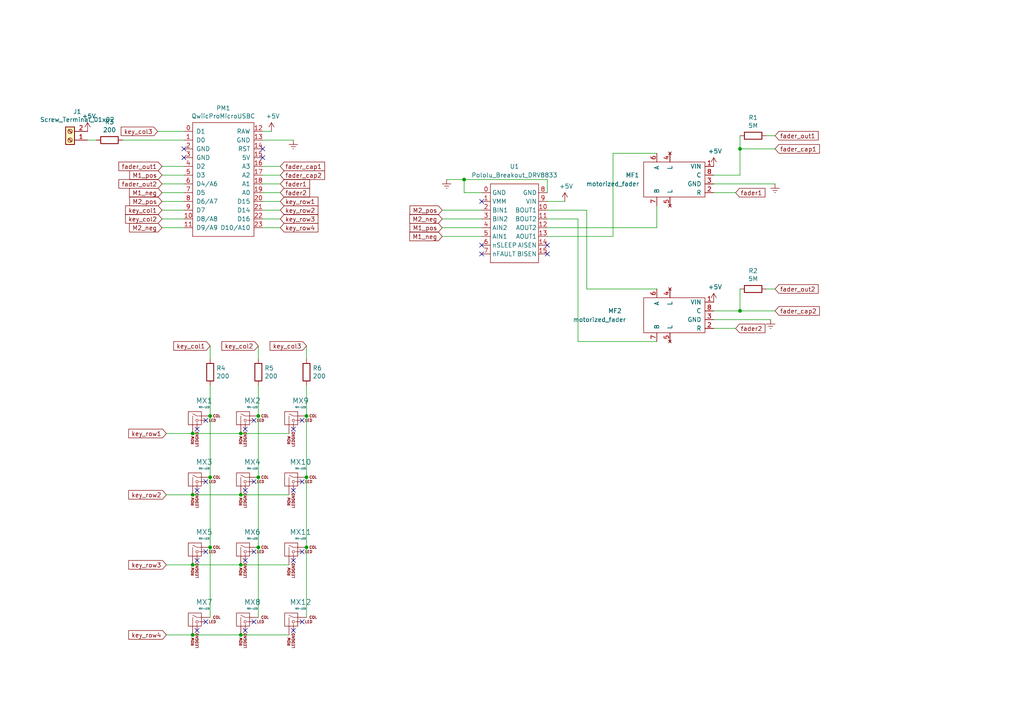
<source format=kicad_sch>
(kicad_sch (version 20211123) (generator eeschema)
  (paper "A4")
  (lib_symbols
    (symbol "Connector:Screw_Terminal_01x02" (pin_names (offset 1.016) hide)
      (property "Reference" "J" (at 0 2.54 0))
      (property "Value" "Screw_Terminal_01x02" (at 0 -5.08 0))
      (symbol "Screw_Terminal_01x02_1_1"
        (rectangle (start -1.27 1.27) (end 1.27 -3.81) (stroke (width 0.254)) (fill (type background)))
        (circle (center 0 -2.54) (radius 0.635) (stroke (width 0.1524)))
        (polyline (pts (xy -0.5334 -2.2098) (xy 0.3302 -3.048)) (stroke (width 0.1524)))
        (polyline (pts (xy -0.5334 0.3302) (xy 0.3302 -0.508)) (stroke (width 0.1524)))
        (polyline (pts (xy -0.3556 -2.032) (xy 0.508 -2.8702)) (stroke (width 0.1524)))
        (polyline (pts (xy -0.3556 0.508) (xy 0.508 -0.3302)) (stroke (width 0.1524)))
        (circle (center 0 0) (radius 0.635) (stroke (width 0.1524)))
        (pin passive line (at -5.08 0 0) (length 3.81) (name "Pin_1") (number "1"))
        (pin passive line (at -5.08 -2.54 0) (length 3.81) (name "Pin_2") (number "2"))
      )
    )
    (symbol "Device:R" (pin_numbers hide) (pin_names (offset 0))
      (property "Reference" "R" (at 2.032 0 90))
      (property "Value" "R" (at 0 0 90))
      (symbol "R_0_1"
        (rectangle (start -1.016 -2.54) (end 1.016 2.54) (stroke (width 0.254)))
      )
      (symbol "R_1_1"
        (pin passive line (at 0 3.81 270) (length 1.27) (name "~") (number "1"))
        (pin passive line (at 0 -3.81 90) (length 1.27) (name "~") (number "2"))
      )
    )
    (symbol "Quint_Lib:Pololu_Breakout_DRV8833"
      (property "Reference" "U" (at 0 0 0))
      (property "Value" "Pololu_Breakout_DRV8833" (at 0 2.54 0))
      (symbol "Pololu_Breakout_DRV8833_0_1"
        (rectangle (start -7.62 -1.27) (end 6.35 -24.13))
      )
      (symbol "Pololu_Breakout_DRV8833_1_1"
        (pin power_in line (at -10.16 -3.81 0) (length 2.54) (name "GND") (number "0"))
        (pin input line (at -10.16 -6.35 0) (length 2.54) (name "VMM") (number "1"))
        (pin output line (at 8.89 -8.89 180) (length 2.54) (name "BOUT1") (number "10"))
        (pin output line (at 8.89 -11.43 180) (length 2.54) (name "BOUT2") (number "11"))
        (pin output line (at 8.89 -13.97 180) (length 2.54) (name "AOUT2") (number "12"))
        (pin output line (at 8.89 -16.51 180) (length 2.54) (name "AOUT1") (number "13"))
        (pin input line (at 8.89 -19.05 180) (length 2.54) (name "AISEN") (number "14"))
        (pin input line (at 8.89 -21.59 180) (length 2.54) (name "BISEN") (number "15"))
        (pin input line (at -10.16 -8.89 0) (length 2.54) (name "BIN1") (number "2"))
        (pin input line (at -10.16 -11.43 0) (length 2.54) (name "BIN2") (number "3"))
        (pin input line (at -10.16 -13.97 0) (length 2.54) (name "AIN2") (number "4"))
        (pin input line (at -10.16 -16.51 0) (length 2.54) (name "AIN1") (number "5"))
        (pin input line (at -10.16 -19.05 0) (length 2.54) (name "nSLEEP") (number "6"))
        (pin input line (at -10.16 -21.59 0) (length 2.54) (name "nFAULT") (number "7"))
        (pin power_in line (at 8.89 -3.81 180) (length 2.54) (name "GND") (number "8"))
        (pin power_in line (at 8.89 -6.35 180) (length 2.54) (name "VIN") (number "9"))
      )
    )
    (symbol "Quint_Lib:motorized_fader" (pin_names (offset 1.016))
      (property "Reference" "MF" (at 12.7 -3.81 0))
      (property "Value" "motorized_fader" (at 19.05 -1.27 0))
      (symbol "motorized_fader_0_1"
        (rectangle (start -7.62 1.27) (end 10.16 -8.89))
      )
      (symbol "motorized_fader_1_1"
        (pin power_in line (at -10.16 0 0) (length 2.54) (name "VIN") (number "1"))
        (pin output line (at -10.16 -7.62 0) (length 2.54) (name "R") (number "2"))
        (pin power_in line (at -10.16 -5.08 0) (length 2.54) (name "GND") (number "3"))
        (pin no_connect line (at 2.54 3.81 270) (length 2.54) (name "L") (number "4"))
        (pin no_connect line (at 2.54 -11.43 90) (length 2.54) (name "L") (number "5"))
        (pin bidirectional line (at 6.35 3.81 270) (length 2.54) (name "A") (number "6"))
        (pin bidirectional line (at 6.35 -11.43 90) (length 2.54) (name "B") (number "7"))
        (pin output line (at -10.16 -2.54 0) (length 2.54) (name "C") (number "8"))
      )
    )
    (symbol "pcb-rescue:MX-LED-MX_Alps_Hybrid" (pin_names (offset 1.016))
      (property "Reference" "MX" (at -0.635 3.81 0))
      (property "Value" "MX-LED-MX_Alps_Hybrid" (at -0.635 1.27 0))
      (symbol "MX-LED-MX_Alps_Hybrid_0_0"
        (rectangle (start -2.54 2.54) (end 1.27 -1.27))
        (polyline (pts (xy -1.27 -1.27) (xy -1.27 1.27)) (stroke (width 0.127)))
        (polyline (pts (xy 0 -1.27) (xy 0 -0.635)) (stroke (width 0.127)))
        (polyline (pts (xy 1.27 0) (xy 0.635 0)) (stroke (width 0.127)))
        (polyline (pts (xy 1.27 1.27) (xy 0 1.27) (xy -1.27 1.905)) (stroke (width 0.127)))
        (circle (center 0 0) (radius 0.3556) (stroke (width 0.127)))
        (text "COL" (at 5.715 1.27 0) (effects (font (size 0.762 0.762))))
        (text "LED" (at 4.445 0 0) (effects (font (size 0.762 0.762))))
        (text "ROW" (at -1.27 -4.445 900) (effects (font (size 0.762 0.762)) (justify right)))
      )
      (symbol "MX-LED-MX_Alps_Hybrid_1_0"
        (text "LEDGND" (at 0 -3.175 900) (effects (font (size 0.762 0.762)) (justify right)))
      )
      (symbol "MX-LED-MX_Alps_Hybrid_1_1"
        (pin passive line (at 3.81 1.27 180) (length 2.54) (name "COL") (number "1"))
        (pin passive line (at -1.27 -3.81 90) (length 2.54) (name "ROW") (number "2"))
        (pin input line (at 2.54 0 180) (length 1.27) (name "LED") (number "3"))
        (pin passive line (at 0 -2.54 90) (length 1.27) (name "LEDGND") (number "4"))
      )
    )
    (symbol "pcb-rescue:QwiicProMicroUSBC-pcb_lib" (pin_names (offset 1.016))
      (property "Reference" "PM" (at 0 0 0))
      (property "Value" "QwiicProMicroUSBC-pcb_lib" (at 0 2.54 0))
      (symbol "QwiicProMicroUSBC-pcb_lib_0_1"
        (rectangle (start -8.89 -1.27) (end 8.89 -34.29))
      )
      (symbol "QwiicProMicroUSBC-pcb_lib_1_1"
        (pin bidirectional line (at -11.43 -3.81 0) (length 2.54) (name "D1") (number "0"))
        (pin bidirectional line (at -11.43 -6.35 0) (length 2.54) (name "D0") (number "1"))
        (pin bidirectional line (at -11.43 -29.21 0) (length 2.54) (name "D8/A8") (number "10"))
        (pin bidirectional line (at -11.43 -31.75 0) (length 2.54) (name "D9/A9") (number "11"))
        (pin power_out line (at 11.43 -3.81 180) (length 2.54) (name "RAW") (number "12"))
        (pin power_out line (at 11.43 -6.35 180) (length 2.54) (name "GND") (number "13"))
        (pin input line (at 11.43 -8.89 180) (length 2.54) (name "RST") (number "14"))
        (pin power_out line (at 11.43 -11.43 180) (length 2.54) (name "5V") (number "15"))
        (pin bidirectional line (at 11.43 -13.97 180) (length 2.54) (name "A3") (number "16"))
        (pin bidirectional line (at 11.43 -16.51 180) (length 2.54) (name "A2") (number "17"))
        (pin bidirectional line (at 11.43 -19.05 180) (length 2.54) (name "A1") (number "18"))
        (pin bidirectional line (at 11.43 -21.59 180) (length 2.54) (name "A0") (number "19"))
        (pin power_out line (at -11.43 -8.89 0) (length 2.54) (name "GND") (number "2"))
        (pin bidirectional line (at 11.43 -24.13 180) (length 2.54) (name "D15") (number "20"))
        (pin bidirectional line (at 11.43 -26.67 180) (length 2.54) (name "D14") (number "21"))
        (pin bidirectional line (at 11.43 -29.21 180) (length 2.54) (name "D16") (number "22"))
        (pin bidirectional line (at 11.43 -31.75 180) (length 2.54) (name "D10/A10") (number "23"))
        (pin power_out line (at -11.43 -11.43 0) (length 2.54) (name "GND") (number "3"))
        (pin bidirectional line (at -11.43 -13.97 0) (length 2.54) (name "D2") (number "4"))
        (pin bidirectional line (at -11.43 -16.51 0) (length 2.54) (name "D3") (number "5"))
        (pin bidirectional line (at -11.43 -19.05 0) (length 2.54) (name "D4/A6") (number "6"))
        (pin bidirectional line (at -11.43 -21.59 0) (length 2.54) (name "D5") (number "7"))
        (pin bidirectional line (at -11.43 -24.13 0) (length 2.54) (name "D6/A7") (number "8"))
        (pin bidirectional line (at -11.43 -26.67 0) (length 2.54) (name "D7") (number "9"))
      )
    )
    (symbol "power:+5V" (power) (pin_names (offset 0))
      (property "Value" "+5V" (at 0 3.556 0))
      (symbol "+5V_0_1"
        (polyline (pts (xy -0.762 1.27) (xy 0 2.54)))
        (polyline (pts (xy 0 0) (xy 0 2.54)))
        (polyline (pts (xy 0 2.54) (xy 0.762 1.27)))
      )
      (symbol "+5V_1_1"
        (pin power_in line (at 0 0 90) (length 0) hide (name "+5V") (number "1"))
      )
    )
    (symbol "power:Earth" (power) (pin_names (offset 0))
      (symbol "Earth_0_1"
        (polyline (pts (xy -0.635 -1.905) (xy 0.635 -1.905)))
        (polyline (pts (xy -0.127 -2.54) (xy 0.127 -2.54)))
        (polyline (pts (xy 0 -1.27) (xy 0 0)))
        (polyline (pts (xy 1.27 -1.27) (xy -1.27 -1.27)))
      )
      (symbol "Earth_1_1"
        (pin power_in line (at 0 0 270) (length 0) hide (name "Earth") (number "1"))
      )
    )
  )
  (junction (at 55.88 143.51))
  (junction (at 74.93 138.43))
  (junction (at 69.85 143.51))
  (junction (at 69.85 163.83))
  (junction (at 60.96 158.75))
  (junction (at 88.9 120.65))
  (junction (at 60.96 120.65))
  (junction (at 55.88 125.73))
  (junction (at 134.62 52.07))
  (junction (at 214.63 43.18))
  (junction (at 69.85 125.73))
  (junction (at 88.9 138.43))
  (junction (at 55.88 184.15))
  (junction (at 69.85 184.15))
  (junction (at 60.96 138.43))
  (junction (at 74.93 158.75))
  (junction (at 214.63 90.17))
  (junction (at 55.88 163.83))
  (junction (at 74.93 120.65))
  (junction (at 88.9 158.75))
  (no_connect (at 71.12 124.46))
  (no_connect (at 73.66 180.34))
  (no_connect (at 59.69 160.02))
  (no_connect (at 57.15 124.46))
  (no_connect (at 59.69 121.92))
  (no_connect (at 85.09 162.56))
  (no_connect (at 87.63 180.34))
  (no_connect (at 139.7 58.42))
  (no_connect (at 59.69 139.7))
  (no_connect (at 57.15 182.88))
  (no_connect (at 73.66 139.7))
  (no_connect (at 87.63 121.92))
  (no_connect (at 53.34 43.18))
  (no_connect (at 71.12 182.88))
  (no_connect (at 87.63 160.02))
  (no_connect (at 76.2 45.72))
  (no_connect (at 85.09 124.46))
  (no_connect (at 71.12 142.24))
  (no_connect (at 139.7 71.12))
  (no_connect (at 139.7 73.66))
  (no_connect (at 158.75 71.12))
  (no_connect (at 59.69 180.34))
  (no_connect (at 76.2 43.18))
  (no_connect (at 57.15 162.56))
  (no_connect (at 158.75 73.66))
  (no_connect (at 73.66 121.92))
  (no_connect (at 71.12 162.56))
  (no_connect (at 53.34 45.72))
  (no_connect (at 73.66 160.02))
  (no_connect (at 85.09 142.24))
  (no_connect (at 85.09 182.88))
  (no_connect (at 87.63 139.7))
  (no_connect (at 57.15 142.24))
  (wire (pts (xy 207.01 53.34) (xy 224.79 53.34)))
  (wire (pts (xy 53.34 63.5) (xy 46.99 63.5)))
  (wire (pts (xy 158.75 55.88) (xy 158.75 52.07)))
  (wire (pts (xy 48.26 125.73) (xy 55.88 125.73)))
  (wire (pts (xy 167.64 99.06) (xy 190.5 99.06)))
  (wire (pts (xy 76.2 40.64) (xy 85.09 40.64)))
  (wire (pts (xy 134.62 55.88) (xy 139.7 55.88)))
  (wire (pts (xy 134.62 52.07) (xy 134.62 55.88)))
  (wire (pts (xy 88.9 138.43) (xy 88.9 158.75)))
  (wire (pts (xy 81.28 60.96) (xy 76.2 60.96)))
  (wire (pts (xy 55.88 163.83) (xy 69.85 163.83)))
  (wire (pts (xy 214.63 43.18) (xy 224.79 43.18)))
  (wire (pts (xy 60.96 138.43) (xy 60.96 158.75)))
  (wire (pts (xy 74.93 120.65) (xy 74.93 138.43)))
  (wire (pts (xy 53.34 40.64) (xy 35.56 40.64)))
  (wire (pts (xy 74.93 158.75) (xy 74.93 179.07)))
  (wire (pts (xy 177.8 68.58) (xy 177.8 44.45)))
  (wire (pts (xy 222.25 39.37) (xy 224.79 39.37)))
  (wire (pts (xy 53.34 60.96) (xy 46.99 60.96)))
  (wire (pts (xy 60.96 158.75) (xy 60.96 179.07)))
  (wire (pts (xy 224.79 83.82) (xy 222.25 83.82)))
  (wire (pts (xy 158.75 66.04) (xy 190.5 66.04)))
  (wire (pts (xy 55.88 143.51) (xy 69.85 143.51)))
  (wire (pts (xy 214.63 90.17) (xy 207.01 90.17)))
  (wire (pts (xy 158.75 68.58) (xy 177.8 68.58)))
  (wire (pts (xy 158.75 60.96) (xy 170.18 60.96)))
  (wire (pts (xy 177.8 44.45) (xy 190.5 44.45)))
  (wire (pts (xy 69.85 125.73) (xy 83.82 125.73)))
  (wire (pts (xy 48.26 184.15) (xy 55.88 184.15)))
  (wire (pts (xy 128.27 66.04) (xy 139.7 66.04)))
  (wire (pts (xy 69.85 184.15) (xy 83.82 184.15)))
  (wire (pts (xy 48.26 143.51) (xy 55.88 143.51)))
  (wire (pts (xy 214.63 90.17) (xy 224.79 90.17)))
  (wire (pts (xy 88.9 111.76) (xy 88.9 120.65)))
  (wire (pts (xy 76.2 48.26) (xy 81.28 48.26)))
  (wire (pts (xy 76.2 38.1) (xy 78.74 38.1)))
  (wire (pts (xy 170.18 60.96) (xy 170.18 83.82)))
  (wire (pts (xy 27.94 40.64) (xy 25.4 40.64)))
  (wire (pts (xy 76.2 53.34) (xy 81.28 53.34)))
  (wire (pts (xy 214.63 39.37) (xy 214.63 43.18)))
  (wire (pts (xy 46.99 50.8) (xy 53.34 50.8)))
  (wire (pts (xy 190.5 66.04) (xy 190.5 59.69)))
  (wire (pts (xy 74.93 111.76) (xy 74.93 120.65)))
  (wire (pts (xy 76.2 55.88) (xy 81.28 55.88)))
  (wire (pts (xy 214.63 43.18) (xy 214.63 50.8)))
  (wire (pts (xy 158.75 63.5) (xy 167.64 63.5)))
  (wire (pts (xy 88.9 158.75) (xy 88.9 179.07)))
  (wire (pts (xy 207.01 55.88) (xy 213.36 55.88)))
  (wire (pts (xy 46.99 48.26) (xy 53.34 48.26)))
  (wire (pts (xy 76.2 50.8) (xy 81.28 50.8)))
  (wire (pts (xy 46.99 53.34) (xy 53.34 53.34)))
  (wire (pts (xy 88.9 120.65) (xy 88.9 138.43)))
  (wire (pts (xy 128.27 63.5) (xy 139.7 63.5)))
  (wire (pts (xy 69.85 163.83) (xy 83.82 163.83)))
  (wire (pts (xy 53.34 38.1) (xy 45.72 38.1)))
  (wire (pts (xy 48.26 163.83) (xy 55.88 163.83)))
  (wire (pts (xy 55.88 125.73) (xy 69.85 125.73)))
  (wire (pts (xy 46.99 58.42) (xy 53.34 58.42)))
  (wire (pts (xy 170.18 83.82) (xy 190.5 83.82)))
  (wire (pts (xy 129.54 52.07) (xy 134.62 52.07)))
  (wire (pts (xy 46.99 55.88) (xy 53.34 55.88)))
  (wire (pts (xy 207.01 50.8) (xy 214.63 50.8)))
  (wire (pts (xy 74.93 138.43) (xy 74.93 158.75)))
  (wire (pts (xy 74.93 100.33) (xy 74.93 104.14)))
  (wire (pts (xy 60.96 104.14) (xy 60.96 100.33)))
  (wire (pts (xy 55.88 184.15) (xy 69.85 184.15)))
  (wire (pts (xy 128.27 68.58) (xy 139.7 68.58)))
  (wire (pts (xy 207.01 95.25) (xy 213.36 95.25)))
  (wire (pts (xy 76.2 66.04) (xy 81.28 66.04)))
  (wire (pts (xy 88.9 100.33) (xy 88.9 104.14)))
  (wire (pts (xy 46.99 66.04) (xy 53.34 66.04)))
  (wire (pts (xy 60.96 120.65) (xy 60.96 111.76)))
  (wire (pts (xy 167.64 63.5) (xy 167.64 99.06)))
  (wire (pts (xy 207.01 92.71) (xy 223.52 92.71)))
  (wire (pts (xy 134.62 52.07) (xy 158.75 52.07)))
  (wire (pts (xy 60.96 120.65) (xy 60.96 138.43)))
  (wire (pts (xy 158.75 58.42) (xy 163.83 58.42)))
  (wire (pts (xy 81.28 58.42) (xy 76.2 58.42)))
  (wire (pts (xy 214.63 83.82) (xy 214.63 90.17)))
  (wire (pts (xy 128.27 60.96) (xy 139.7 60.96)))
  (wire (pts (xy 81.28 63.5) (xy 76.2 63.5)))
  (wire (pts (xy 69.85 143.51) (xy 83.82 143.51)))
  (global_label "fader_out2" (shape input) (at 46.99 53.34 180) (property "Intersheet References" "${INTERSHEET_REFS}" (effects hide)))
  (global_label "fader2" (shape input) (at 213.36 95.25 0) (property "Intersheet References" "${INTERSHEET_REFS}" (effects hide)))
  (global_label "M1_pos" (shape input) (at 128.27 66.04 180) (property "Intersheet References" "${INTERSHEET_REFS}" (effects hide)))
  (global_label "M1_neg" (shape input) (at 128.27 68.58 180) (property "Intersheet References" "${INTERSHEET_REFS}" (effects hide)))
  (global_label "key_col1" (shape input) (at 46.99 60.96 180) (property "Intersheet References" "${INTERSHEET_REFS}" (effects hide)))
  (global_label "key_row4" (shape input) (at 48.26 184.15 180) (property "Intersheet References" "${INTERSHEET_REFS}" (effects hide)))
  (global_label "fader_out1" (shape input) (at 224.79 39.37 0) (property "Intersheet References" "${INTERSHEET_REFS}" (effects hide)))
  (global_label "fader2" (shape input) (at 81.28 55.88 0) (property "Intersheet References" "${INTERSHEET_REFS}" (effects hide)))
  (global_label "key_col2" (shape input) (at 74.93 100.33 180) (property "Intersheet References" "${INTERSHEET_REFS}" (effects hide)))
  (global_label "fader_cap2" (shape input) (at 81.28 50.8 0) (property "Intersheet References" "${INTERSHEET_REFS}" (effects hide)))
  (global_label "key_row2" (shape input) (at 81.28 60.96 0) (property "Intersheet References" "${INTERSHEET_REFS}" (effects hide)))
  (global_label "fader_cap2" (shape input) (at 224.79 90.17 0) (property "Intersheet References" "${INTERSHEET_REFS}" (effects hide)))
  (global_label "key_col1" (shape input) (at 60.96 100.33 180) (property "Intersheet References" "${INTERSHEET_REFS}" (effects hide)))
  (global_label "key_col3" (shape input) (at 88.9 100.33 180) (property "Intersheet References" "${INTERSHEET_REFS}" (effects hide)))
  (global_label "key_row2" (shape input) (at 48.26 143.51 180) (property "Intersheet References" "${INTERSHEET_REFS}" (effects hide)))
  (global_label "M1_pos" (shape input) (at 46.99 50.8 180) (property "Intersheet References" "${INTERSHEET_REFS}" (effects hide)))
  (global_label "key_col2" (shape input) (at 46.99 63.5 180) (property "Intersheet References" "${INTERSHEET_REFS}" (effects hide)))
  (global_label "fader1" (shape input) (at 213.36 55.88 0) (property "Intersheet References" "${INTERSHEET_REFS}" (effects hide)))
  (global_label "key_col3" (shape input) (at 45.72 38.1 180) (property "Intersheet References" "${INTERSHEET_REFS}" (effects hide)))
  (global_label "M2_pos" (shape input) (at 46.99 58.42 180) (property "Intersheet References" "${INTERSHEET_REFS}" (effects hide)))
  (global_label "key_row3" (shape input) (at 48.26 163.83 180) (property "Intersheet References" "${INTERSHEET_REFS}" (effects hide)))
  (global_label "key_row4" (shape input) (at 81.28 66.04 0) (property "Intersheet References" "${INTERSHEET_REFS}" (effects hide)))
  (global_label "M2_pos" (shape input) (at 128.27 60.96 180) (property "Intersheet References" "${INTERSHEET_REFS}" (effects hide)))
  (global_label "fader_cap1" (shape input) (at 81.28 48.26 0) (property "Intersheet References" "${INTERSHEET_REFS}" (effects hide)))
  (global_label "M1_neg" (shape input) (at 46.99 55.88 180) (property "Intersheet References" "${INTERSHEET_REFS}" (effects hide)))
  (global_label "key_row1" (shape input) (at 48.26 125.73 180) (property "Intersheet References" "${INTERSHEET_REFS}" (effects hide)))
  (global_label "key_row1" (shape input) (at 81.28 58.42 0) (property "Intersheet References" "${INTERSHEET_REFS}" (effects hide)))
  (global_label "key_row3" (shape input) (at 81.28 63.5 0) (property "Intersheet References" "${INTERSHEET_REFS}" (effects hide)))
  (global_label "M2_neg" (shape input) (at 128.27 63.5 180) (property "Intersheet References" "${INTERSHEET_REFS}" (effects hide)))
  (global_label "fader1" (shape input) (at 81.28 53.34 0) (property "Intersheet References" "${INTERSHEET_REFS}" (effects hide)))
  (global_label "fader_out1" (shape input) (at 46.99 48.26 180) (property "Intersheet References" "${INTERSHEET_REFS}" (effects hide)))
  (global_label "M2_neg" (shape input) (at 46.99 66.04 180) (property "Intersheet References" "${INTERSHEET_REFS}" (effects hide)))
  (global_label "fader_out2" (shape input) (at 224.79 83.82 0) (property "Intersheet References" "${INTERSHEET_REFS}" (effects hide)))
  (global_label "fader_cap1" (shape input) (at 224.79 43.18 0) (property "Intersheet References" "${INTERSHEET_REFS}" (effects hide)))
  (symbol (lib_id "pcb-rescue:MX-LED-MX_Alps_Hybrid") (at 57.15 121.92 0) (unit 1)
    (property "Reference" "MX1" (at 59.2328 116.2304 0) (effects (font (size 1.524 1.524))))
    (property "Value" "MX-LED" (at 59.2328 118.11 0) (effects (font (size 0.508 0.508))))
    (property "Footprint" "Button_Switch_Keyboard:SW_Cherry_MX_1.00u_PCB" (effects hide))
  )
  (symbol (lib_id "pcb-rescue:MX-LED-MX_Alps_Hybrid") (at 71.12 121.92 0) (unit 1)
    (property "Reference" "MX2" (at 73.2028 116.2304 0) (effects (font (size 1.524 1.524))))
    (property "Value" "MX-LED" (at 73.2028 118.11 0) (effects (font (size 0.508 0.508))))
    (property "Footprint" "Button_Switch_Keyboard:SW_Cherry_MX_1.00u_PCB" (effects hide))
  )
  (symbol (lib_id "pcb-rescue:MX-LED-MX_Alps_Hybrid") (at 57.15 139.7 0) (unit 1)
    (property "Reference" "MX3" (at 59.2328 134.0104 0) (effects (font (size 1.524 1.524))))
    (property "Value" "MX-LED" (at 59.2328 135.89 0) (effects (font (size 0.508 0.508))))
    (property "Footprint" "Button_Switch_Keyboard:SW_Cherry_MX_1.00u_PCB" (effects hide))
  )
  (symbol (lib_id "pcb-rescue:MX-LED-MX_Alps_Hybrid") (at 71.12 139.7 0) (unit 1)
    (property "Reference" "MX4" (at 73.2028 134.0104 0) (effects (font (size 1.524 1.524))))
    (property "Value" "MX-LED" (at 73.2028 135.89 0) (effects (font (size 0.508 0.508))))
    (property "Footprint" "Button_Switch_Keyboard:SW_Cherry_MX_1.00u_PCB" (effects hide))
  )
  (symbol (lib_id "pcb-rescue:MX-LED-MX_Alps_Hybrid") (at 57.15 160.02 0) (unit 1)
    (property "Reference" "MX5" (at 59.2328 154.3304 0) (effects (font (size 1.524 1.524))))
    (property "Value" "MX-LED" (at 59.2328 156.21 0) (effects (font (size 0.508 0.508))))
    (property "Footprint" "Button_Switch_Keyboard:SW_Cherry_MX_1.00u_PCB" (effects hide))
  )
  (symbol (lib_id "pcb-rescue:MX-LED-MX_Alps_Hybrid") (at 71.12 160.02 0) (unit 1)
    (property "Reference" "MX6" (at 73.2028 154.3304 0) (effects (font (size 1.524 1.524))))
    (property "Value" "MX-LED" (at 73.2028 156.21 0) (effects (font (size 0.508 0.508))))
    (property "Footprint" "Button_Switch_Keyboard:SW_Cherry_MX_1.00u_PCB" (effects hide))
  )
  (symbol (lib_id "power:+5V") (at 207.01 48.26 0) (unit 1)
    (property "Reference" "#PWR0108" (effects hide))
    (property "Value" "+5V" (at 207.391 43.8658 0))
  )
  (symbol (lib_id "power:+5V") (at 207.01 87.63 0) (unit 1)
    (property "Reference" "#PWR0110" (effects hide))
    (property "Value" "+5V" (at 207.391 83.2358 0))
  )
  (symbol (lib_id "power:+5V") (at 163.83 58.42 0) (unit 1)
    (property "Reference" "#PWR0111" (effects hide))
    (property "Value" "+5V" (at 164.211 54.0258 0))
  )
  (symbol (lib_id "pcb-rescue:MX-LED-MX_Alps_Hybrid") (at 57.15 180.34 0) (unit 1)
    (property "Reference" "MX7" (at 59.2328 174.6504 0) (effects (font (size 1.524 1.524))))
    (property "Value" "MX-LED" (at 59.2328 176.53 0) (effects (font (size 0.508 0.508))))
    (property "Footprint" "Button_Switch_Keyboard:SW_Cherry_MX_1.00u_PCB" (effects hide))
  )
  (symbol (lib_id "pcb-rescue:MX-LED-MX_Alps_Hybrid") (at 71.12 180.34 0) (unit 1)
    (property "Reference" "MX8" (at 73.2028 174.6504 0) (effects (font (size 1.524 1.524))))
    (property "Value" "MX-LED" (at 73.2028 176.53 0) (effects (font (size 0.508 0.508))))
    (property "Footprint" "Button_Switch_Keyboard:SW_Cherry_MX_1.00u_PCB" (effects hide))
  )
  (symbol (lib_id "power:+5V") (at 78.74 38.1 0) (unit 1)
    (property "Reference" "#PWR0112" (effects hide))
    (property "Value" "+5V" (at 79.121 33.7058 0))
  )
  (symbol (lib_id "power:Earth") (at 85.09 40.64 0) (unit 1)
    (property "Reference" "#PWR0113" (effects hide))
    (property "Value" "Earth" (effects hide))
  )
  (symbol (lib_id "pcb-rescue:QwiicProMicroUSBC-pcb_lib") (at 64.77 34.29 0) (unit 1)
    (property "Reference" "PM1" (at 64.77 31.369 0))
    (property "Value" "QwiicProMicroUSBC" (at 64.77 33.6804 0))
    (property "Footprint" "pcb:QwiicProMicroUSBC" (effects hide))
  )
  (symbol (lib_id "Device:R") (at 218.44 83.82 270) (unit 1)
    (property "Reference" "R2" (at 218.44 78.5622 90))
    (property "Value" "5M" (at 218.44 80.8736 90))
    (property "Footprint" "Resistor_THT:R_Axial_DIN0207_L6.3mm_D2.5mm_P10.16mm_Horizontal" (effects hide))
  )
  (symbol (lib_id "Device:R") (at 218.44 39.37 270) (unit 1)
    (property "Reference" "R1" (at 218.44 34.1122 90))
    (property "Value" "5M" (at 218.44 36.4236 90))
    (property "Footprint" "Resistor_THT:R_Axial_DIN0207_L6.3mm_D2.5mm_P10.16mm_Horizontal" (effects hide))
  )
  (symbol (lib_id "pcb-rescue:MX-LED-MX_Alps_Hybrid") (at 85.09 121.92 0) (unit 1)
    (property "Reference" "MX9" (at 87.1728 116.2304 0) (effects (font (size 1.524 1.524))))
    (property "Value" "MX-LED" (at 87.1728 118.11 0) (effects (font (size 0.508 0.508))))
    (property "Footprint" "Button_Switch_Keyboard:SW_Cherry_MX_1.00u_PCB" (effects hide))
  )
  (symbol (lib_id "pcb-rescue:MX-LED-MX_Alps_Hybrid") (at 85.09 139.7 0) (unit 1)
    (property "Reference" "MX10" (at 87.1728 134.0104 0) (effects (font (size 1.524 1.524))))
    (property "Value" "MX-LED" (at 87.1728 135.89 0) (effects (font (size 0.508 0.508))))
    (property "Footprint" "Button_Switch_Keyboard:SW_Cherry_MX_1.00u_PCB" (effects hide))
  )
  (symbol (lib_id "pcb-rescue:MX-LED-MX_Alps_Hybrid") (at 85.09 160.02 0) (unit 1)
    (property "Reference" "MX11" (at 87.1728 154.3304 0) (effects (font (size 1.524 1.524))))
    (property "Value" "MX-LED" (at 87.1728 156.21 0) (effects (font (size 0.508 0.508))))
    (property "Footprint" "Button_Switch_Keyboard:SW_Cherry_MX_1.00u_PCB" (effects hide))
  )
  (symbol (lib_id "pcb-rescue:MX-LED-MX_Alps_Hybrid") (at 85.09 180.34 0) (unit 1)
    (property "Reference" "MX12" (at 87.1728 174.6504 0) (effects (font (size 1.524 1.524))))
    (property "Value" "MX-LED" (at 87.1728 176.53 0) (effects (font (size 0.508 0.508))))
    (property "Footprint" "Button_Switch_Keyboard:SW_Cherry_MX_1.00u_PCB" (effects hide))
  )
  (symbol (lib_id "Connector:Screw_Terminal_01x02") (at 20.32 40.64 180) (unit 1)
    (property "Reference" "J1" (at 22.4028 32.385 0))
    (property "Value" "Screw_Terminal_01x02" (at 22.4028 34.6964 0))
    (property "Footprint" "TerminalBlock:TerminalBlock_bornier-2_P5.08mm" (effects hide))
  )
  (symbol (lib_id "power:+5V") (at 25.4 38.1 0) (unit 1)
    (property "Reference" "#PWR0104" (effects hide))
    (property "Value" "+5V" (at 25.781 33.7058 0))
  )
  (symbol (lib_id "Device:R") (at 31.75 40.64 270) (unit 1)
    (property "Reference" "R3" (at 31.75 35.3822 90))
    (property "Value" "200" (at 31.75 37.6936 90))
    (property "Footprint" "Resistor_THT:R_Axial_DIN0207_L6.3mm_D2.5mm_P10.16mm_Horizontal" (effects hide))
  )
  (symbol (lib_id "Device:R") (at 60.96 107.95 0) (unit 1)
    (property "Reference" "R4" (at 62.738 106.7816 0) (effects (justify left)))
    (property "Value" "200" (at 62.738 109.093 0) (effects (justify left)))
    (property "Footprint" "Resistor_THT:R_Axial_DIN0207_L6.3mm_D2.5mm_P10.16mm_Horizontal" (effects hide))
  )
  (symbol (lib_id "Device:R") (at 74.93 107.95 0) (unit 1)
    (property "Reference" "R5" (at 76.708 106.7816 0) (effects (justify left)))
    (property "Value" "200" (at 76.708 109.093 0) (effects (justify left)))
    (property "Footprint" "Resistor_THT:R_Axial_DIN0207_L6.3mm_D2.5mm_P10.16mm_Horizontal" (effects hide))
  )
  (symbol (lib_id "Device:R") (at 88.9 107.95 0) (unit 1)
    (property "Reference" "R6" (at 90.678 106.7816 0) (effects (justify left)))
    (property "Value" "200" (at 90.678 109.093 0) (effects (justify left)))
    (property "Footprint" "Resistor_THT:R_Axial_DIN0207_L6.3mm_D2.5mm_P10.16mm_Horizontal" (effects hide))
  )
  (symbol (lib_id "Quint_Lib:Pololu_Breakout_DRV8833") (at 149.86 52.07 0) (unit 1)
    (property "Reference" "U1" (at 149.225 48.26 0))
    (property "Value" "Pololu_Breakout_DRV8833" (at 149.225 50.8 0))
    (property "Footprint" "Quint:Pololu_DRV8833" (effects hide))
  )
  (symbol (lib_id "power:Earth") (at 224.79 53.34 0) (unit 1)
    (property "Reference" "#PWR0102" (effects hide))
    (property "Value" "Earth" (effects hide))
  )
  (symbol (lib_id "Quint_Lib:motorized_fader") (at 196.85 87.63 0) (mirror y) (unit 1)
    (property "Reference" "MF2" (at 180.34 90.17 0) (effects (justify left)))
    (property "Value" "motorized_fader" (at 181.61 92.71 0) (effects (justify left)))
    (property "Footprint" "Quint:motorized_fader" (effects hide))
  )
  (symbol (lib_id "Quint_Lib:motorized_fader") (at 196.85 48.26 0) (mirror y) (unit 1)
    (property "Reference" "MF1" (at 185.42 50.7999 0) (effects (justify left)))
    (property "Value" "motorized_fader" (at 185.42 53.3399 0) (effects (justify left)))
    (property "Footprint" "Quint:motorized_fader" (effects hide))
  )
  (symbol (lib_id "power:Earth") (at 223.52 92.71 0) (unit 1)
    (property "Reference" "#PWR0101" (effects hide))
    (property "Value" "Earth" (effects hide))
  )
  (symbol (lib_id "power:Earth") (at 129.54 52.07 0) (unit 1)
    (property "Reference" "#PWR0103" (effects hide))
    (property "Value" "Earth" (effects hide))
  )
)
</source>
